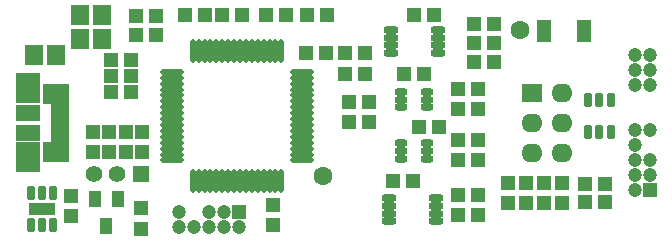
<source format=gts>
G04 Layer_Color=8388736*
%FSLAX24Y24*%
%MOIN*%
G70*
G01*
G75*
%ADD49R,0.0866X0.0394*%
%ADD50R,0.0513X0.0474*%
%ADD51O,0.0789X0.0178*%
%ADD52O,0.0178X0.0789*%
%ADD53R,0.0907X0.0663*%
%ADD54R,0.0623X0.0257*%
%ADD55R,0.0828X0.0545*%
%ADD56R,0.0828X0.1017*%
%ADD57R,0.0474X0.0513*%
%ADD58R,0.0395X0.0552*%
G04:AMPARAMS|DCode=59|XSize=23.7mil|YSize=49.3mil|CornerRadius=7.9mil|HoleSize=0mil|Usage=FLASHONLY|Rotation=90.000|XOffset=0mil|YOffset=0mil|HoleType=Round|Shape=RoundedRectangle|*
%AMROUNDEDRECTD59*
21,1,0.0237,0.0335,0,0,90.0*
21,1,0.0079,0.0493,0,0,90.0*
1,1,0.0159,0.0167,0.0039*
1,1,0.0159,0.0167,-0.0039*
1,1,0.0159,-0.0167,-0.0039*
1,1,0.0159,-0.0167,0.0039*
%
%ADD59ROUNDEDRECTD59*%
%ADD60R,0.0592X0.0671*%
G04:AMPARAMS|DCode=61|XSize=23.7mil|YSize=41.5mil|CornerRadius=7.9mil|HoleSize=0mil|Usage=FLASHONLY|Rotation=90.000|XOffset=0mil|YOffset=0mil|HoleType=Round|Shape=RoundedRectangle|*
%AMROUNDEDRECTD61*
21,1,0.0237,0.0256,0,0,90.0*
21,1,0.0079,0.0415,0,0,90.0*
1,1,0.0159,0.0128,0.0039*
1,1,0.0159,0.0128,-0.0039*
1,1,0.0159,-0.0128,-0.0039*
1,1,0.0159,-0.0128,0.0039*
%
%ADD61ROUNDEDRECTD61*%
%ADD62R,0.0474X0.0749*%
G04:AMPARAMS|DCode=63|XSize=47.4mil|YSize=29.7mil|CornerRadius=9.4mil|HoleSize=0mil|Usage=FLASHONLY|Rotation=270.000|XOffset=0mil|YOffset=0mil|HoleType=Round|Shape=RoundedRectangle|*
%AMROUNDEDRECTD63*
21,1,0.0474,0.0108,0,0,270.0*
21,1,0.0285,0.0297,0,0,270.0*
1,1,0.0188,-0.0054,-0.0143*
1,1,0.0188,-0.0054,0.0143*
1,1,0.0188,0.0054,0.0143*
1,1,0.0188,0.0054,-0.0143*
%
%ADD63ROUNDEDRECTD63*%
%ADD64C,0.0552*%
%ADD65R,0.0552X0.0552*%
%ADD66C,0.0631*%
%ADD67O,0.0700X0.0630*%
%ADD68R,0.0700X0.0630*%
%ADD69R,0.0474X0.0474*%
%ADD70C,0.0474*%
%ADD71R,0.0474X0.0474*%
D49*
X1020Y-2880D02*
D03*
D50*
X8495Y3590D02*
D03*
X9165D02*
D03*
X14879Y-2400D02*
D03*
X15548D02*
D03*
X19102Y-2054D02*
D03*
X19771D02*
D03*
X19102Y-2654D02*
D03*
X19771D02*
D03*
X7025Y3590D02*
D03*
X7695D02*
D03*
X11245Y700D02*
D03*
X11915D02*
D03*
Y20D02*
D03*
X11245D02*
D03*
X14879Y-3074D02*
D03*
X15548D02*
D03*
X16098Y2016D02*
D03*
X15429D02*
D03*
X5781Y3590D02*
D03*
X6450D02*
D03*
X4827Y3550D02*
D03*
X4157D02*
D03*
X13398Y-1954D02*
D03*
X12729D02*
D03*
X4825Y2910D02*
D03*
X4155D02*
D03*
X3988Y2100D02*
D03*
X3319D02*
D03*
Y1560D02*
D03*
X3988D02*
D03*
X15548Y-564D02*
D03*
X14879D02*
D03*
Y-1240D02*
D03*
X15548D02*
D03*
Y1136D02*
D03*
X14879D02*
D03*
Y470D02*
D03*
X15548D02*
D03*
X16098Y3280D02*
D03*
X15429D02*
D03*
Y2650D02*
D03*
X16098D02*
D03*
X10525Y3580D02*
D03*
X9855D02*
D03*
X11111Y1620D02*
D03*
X11780D02*
D03*
Y2340D02*
D03*
X11111D02*
D03*
X3317Y1020D02*
D03*
X3986D02*
D03*
X14098Y3600D02*
D03*
X13429D02*
D03*
X13577Y-150D02*
D03*
X14246D02*
D03*
X13079Y1626D02*
D03*
X13748D02*
D03*
X9809Y2340D02*
D03*
X10478D02*
D03*
D51*
X5345Y1696D02*
D03*
Y1500D02*
D03*
Y1303D02*
D03*
Y1106D02*
D03*
Y909D02*
D03*
Y712D02*
D03*
Y515D02*
D03*
Y318D02*
D03*
Y122D02*
D03*
Y-75D02*
D03*
Y-272D02*
D03*
Y-469D02*
D03*
Y-666D02*
D03*
Y-863D02*
D03*
Y-1060D02*
D03*
Y-1256D02*
D03*
X9695D02*
D03*
Y-1060D02*
D03*
Y-863D02*
D03*
Y-666D02*
D03*
Y-469D02*
D03*
Y-272D02*
D03*
Y-75D02*
D03*
Y122D02*
D03*
Y318D02*
D03*
Y515D02*
D03*
Y712D02*
D03*
Y909D02*
D03*
Y1106D02*
D03*
Y1303D02*
D03*
Y1500D02*
D03*
Y1696D02*
D03*
D52*
X6044Y-1955D02*
D03*
X6241D02*
D03*
X6437D02*
D03*
X6634D02*
D03*
X6831D02*
D03*
X7028D02*
D03*
X7225D02*
D03*
X7422D02*
D03*
X7618D02*
D03*
X7815D02*
D03*
X8012D02*
D03*
X8209D02*
D03*
X8406D02*
D03*
X8603D02*
D03*
X8800D02*
D03*
X8996D02*
D03*
Y2395D02*
D03*
X8800D02*
D03*
X8603D02*
D03*
X8406D02*
D03*
X8209D02*
D03*
X8012D02*
D03*
X7815D02*
D03*
X7618D02*
D03*
X7422D02*
D03*
X7225D02*
D03*
X7028D02*
D03*
X6831D02*
D03*
X6634D02*
D03*
X6437D02*
D03*
X6241D02*
D03*
X6044D02*
D03*
D53*
X1472Y969D02*
D03*
Y-969D02*
D03*
D54*
X1614Y256D02*
D03*
Y512D02*
D03*
Y-512D02*
D03*
Y-256D02*
D03*
Y0D02*
D03*
D55*
X566Y330D02*
D03*
Y-330D02*
D03*
D56*
Y-1146D02*
D03*
Y1146D02*
D03*
D57*
X1970Y-3115D02*
D03*
Y-2445D02*
D03*
X2704Y-315D02*
D03*
Y-985D02*
D03*
X4310Y-2857D02*
D03*
Y-3527D02*
D03*
X16564Y-2688D02*
D03*
Y-2019D02*
D03*
X17164Y-2688D02*
D03*
Y-2019D02*
D03*
X17764D02*
D03*
Y-2688D02*
D03*
X18364Y-2019D02*
D03*
Y-2688D02*
D03*
X4354Y-985D02*
D03*
Y-315D02*
D03*
X8724Y-2755D02*
D03*
Y-3425D02*
D03*
X3804Y-985D02*
D03*
Y-315D02*
D03*
X3254Y-315D02*
D03*
Y-985D02*
D03*
D58*
X3538Y-2547D02*
D03*
X2790D02*
D03*
X3164Y-3453D02*
D03*
D59*
X12586Y-2520D02*
D03*
Y-2776D02*
D03*
Y-3032D02*
D03*
Y-3288D02*
D03*
X14141Y-2520D02*
D03*
Y-2776D02*
D03*
Y-3032D02*
D03*
Y-3288D02*
D03*
X14211Y2326D02*
D03*
Y2582D02*
D03*
Y2838D02*
D03*
Y3094D02*
D03*
X12656Y2326D02*
D03*
Y2582D02*
D03*
Y2838D02*
D03*
Y3094D02*
D03*
D60*
X3028Y3580D02*
D03*
X2280D02*
D03*
X2280Y2780D02*
D03*
X3028D02*
D03*
X740Y2260D02*
D03*
X1488D02*
D03*
D61*
X12971Y1029D02*
D03*
Y773D02*
D03*
Y518D02*
D03*
X13857D02*
D03*
Y773D02*
D03*
Y1029D02*
D03*
X13855Y-684D02*
D03*
Y-940D02*
D03*
Y-1196D02*
D03*
X12969D02*
D03*
Y-940D02*
D03*
Y-684D02*
D03*
D62*
X19093Y3066D02*
D03*
X17754D02*
D03*
D63*
X1394Y-2349D02*
D03*
X1020Y-2349D02*
D03*
X646D02*
D03*
X1394Y-3411D02*
D03*
X646Y-3411D02*
D03*
X1020D02*
D03*
X19968Y770D02*
D03*
X19594D02*
D03*
X19220D02*
D03*
X19968Y-293D02*
D03*
X19220D02*
D03*
X19594D02*
D03*
D64*
X3524Y-1710D02*
D03*
X2736D02*
D03*
D65*
X4311D02*
D03*
D66*
X10394Y-1760D02*
D03*
X16954Y3086D02*
D03*
D67*
X17364Y-1000D02*
D03*
Y0D02*
D03*
X18364Y-1000D02*
D03*
Y0D02*
D03*
Y1000D02*
D03*
D68*
X17364D02*
D03*
D69*
X21270Y-2250D02*
D03*
D70*
X20770D02*
D03*
X21270Y-1750D02*
D03*
X20770D02*
D03*
X21270Y-1250D02*
D03*
X20770D02*
D03*
Y-750D02*
D03*
X21270Y-250D02*
D03*
X20770D02*
D03*
X21270Y1250D02*
D03*
X20770D02*
D03*
X21270Y1750D02*
D03*
X20770D02*
D03*
X21270Y2250D02*
D03*
X20770D02*
D03*
X5570Y-3480D02*
D03*
Y-2980D02*
D03*
X6070Y-3480D02*
D03*
X6570D02*
D03*
Y-2980D02*
D03*
X7070Y-3480D02*
D03*
Y-2980D02*
D03*
X7570Y-3480D02*
D03*
D71*
Y-2980D02*
D03*
M02*

</source>
